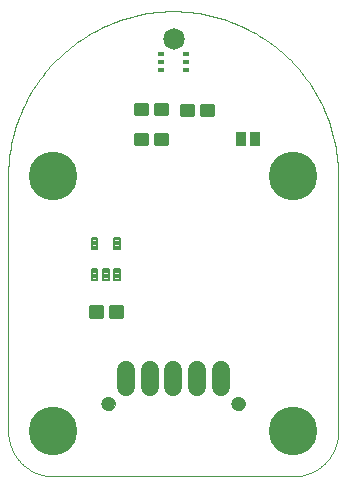
<source format=gts>
G75*
%MOIN*%
%OFA0B0*%
%FSLAX25Y25*%
%IPPOS*%
%LPD*%
%AMOC8*
5,1,8,0,0,1.08239X$1,22.5*
%
%ADD10C,0.00000*%
%ADD11C,0.16211*%
%ADD12C,0.06000*%
%ADD13C,0.04731*%
%ADD14C,0.00867*%
%ADD15C,0.00829*%
%ADD16R,0.03550X0.05124*%
%ADD17R,0.02369X0.01581*%
%ADD18C,0.07191*%
D10*
X0001500Y0016500D02*
X0001500Y0101500D01*
X0032681Y0025732D02*
X0032683Y0025825D01*
X0032689Y0025917D01*
X0032699Y0026009D01*
X0032713Y0026100D01*
X0032730Y0026191D01*
X0032752Y0026281D01*
X0032777Y0026370D01*
X0032806Y0026458D01*
X0032839Y0026544D01*
X0032876Y0026629D01*
X0032916Y0026713D01*
X0032960Y0026794D01*
X0033007Y0026874D01*
X0033057Y0026952D01*
X0033111Y0027027D01*
X0033168Y0027100D01*
X0033228Y0027170D01*
X0033291Y0027238D01*
X0033357Y0027303D01*
X0033425Y0027365D01*
X0033496Y0027425D01*
X0033570Y0027481D01*
X0033646Y0027534D01*
X0033724Y0027583D01*
X0033804Y0027630D01*
X0033886Y0027672D01*
X0033970Y0027712D01*
X0034055Y0027747D01*
X0034142Y0027779D01*
X0034230Y0027808D01*
X0034319Y0027832D01*
X0034409Y0027853D01*
X0034500Y0027869D01*
X0034592Y0027882D01*
X0034684Y0027891D01*
X0034777Y0027896D01*
X0034869Y0027897D01*
X0034962Y0027894D01*
X0035054Y0027887D01*
X0035146Y0027876D01*
X0035237Y0027861D01*
X0035328Y0027843D01*
X0035418Y0027820D01*
X0035506Y0027794D01*
X0035594Y0027764D01*
X0035680Y0027730D01*
X0035764Y0027693D01*
X0035847Y0027651D01*
X0035928Y0027607D01*
X0036008Y0027559D01*
X0036085Y0027508D01*
X0036159Y0027453D01*
X0036232Y0027395D01*
X0036302Y0027335D01*
X0036369Y0027271D01*
X0036433Y0027205D01*
X0036495Y0027135D01*
X0036553Y0027064D01*
X0036608Y0026990D01*
X0036660Y0026913D01*
X0036709Y0026834D01*
X0036755Y0026754D01*
X0036797Y0026671D01*
X0036835Y0026587D01*
X0036870Y0026501D01*
X0036901Y0026414D01*
X0036928Y0026326D01*
X0036951Y0026236D01*
X0036971Y0026146D01*
X0036987Y0026055D01*
X0036999Y0025963D01*
X0037007Y0025871D01*
X0037011Y0025778D01*
X0037011Y0025686D01*
X0037007Y0025593D01*
X0036999Y0025501D01*
X0036987Y0025409D01*
X0036971Y0025318D01*
X0036951Y0025228D01*
X0036928Y0025138D01*
X0036901Y0025050D01*
X0036870Y0024963D01*
X0036835Y0024877D01*
X0036797Y0024793D01*
X0036755Y0024710D01*
X0036709Y0024630D01*
X0036660Y0024551D01*
X0036608Y0024474D01*
X0036553Y0024400D01*
X0036495Y0024329D01*
X0036433Y0024259D01*
X0036369Y0024193D01*
X0036302Y0024129D01*
X0036232Y0024069D01*
X0036159Y0024011D01*
X0036085Y0023956D01*
X0036008Y0023905D01*
X0035929Y0023857D01*
X0035847Y0023813D01*
X0035764Y0023771D01*
X0035680Y0023734D01*
X0035594Y0023700D01*
X0035506Y0023670D01*
X0035418Y0023644D01*
X0035328Y0023621D01*
X0035237Y0023603D01*
X0035146Y0023588D01*
X0035054Y0023577D01*
X0034962Y0023570D01*
X0034869Y0023567D01*
X0034777Y0023568D01*
X0034684Y0023573D01*
X0034592Y0023582D01*
X0034500Y0023595D01*
X0034409Y0023611D01*
X0034319Y0023632D01*
X0034230Y0023656D01*
X0034142Y0023685D01*
X0034055Y0023717D01*
X0033970Y0023752D01*
X0033886Y0023792D01*
X0033804Y0023834D01*
X0033724Y0023881D01*
X0033646Y0023930D01*
X0033570Y0023983D01*
X0033496Y0024039D01*
X0033425Y0024099D01*
X0033357Y0024161D01*
X0033291Y0024226D01*
X0033228Y0024294D01*
X0033168Y0024364D01*
X0033111Y0024437D01*
X0033057Y0024512D01*
X0033007Y0024590D01*
X0032960Y0024670D01*
X0032916Y0024751D01*
X0032876Y0024835D01*
X0032839Y0024920D01*
X0032806Y0025006D01*
X0032777Y0025094D01*
X0032752Y0025183D01*
X0032730Y0025273D01*
X0032713Y0025364D01*
X0032699Y0025455D01*
X0032689Y0025547D01*
X0032683Y0025639D01*
X0032681Y0025732D01*
X0016500Y0001500D02*
X0016138Y0001504D01*
X0015775Y0001518D01*
X0015413Y0001539D01*
X0015052Y0001570D01*
X0014692Y0001609D01*
X0014333Y0001657D01*
X0013975Y0001714D01*
X0013618Y0001779D01*
X0013263Y0001853D01*
X0012910Y0001936D01*
X0012559Y0002027D01*
X0012211Y0002126D01*
X0011865Y0002234D01*
X0011521Y0002350D01*
X0011181Y0002475D01*
X0010844Y0002607D01*
X0010510Y0002748D01*
X0010179Y0002897D01*
X0009852Y0003054D01*
X0009529Y0003218D01*
X0009210Y0003390D01*
X0008896Y0003570D01*
X0008585Y0003758D01*
X0008280Y0003953D01*
X0007979Y0004155D01*
X0007683Y0004365D01*
X0007393Y0004581D01*
X0007107Y0004805D01*
X0006827Y0005035D01*
X0006553Y0005272D01*
X0006285Y0005516D01*
X0006022Y0005766D01*
X0005766Y0006022D01*
X0005516Y0006285D01*
X0005272Y0006553D01*
X0005035Y0006827D01*
X0004805Y0007107D01*
X0004581Y0007393D01*
X0004365Y0007683D01*
X0004155Y0007979D01*
X0003953Y0008280D01*
X0003758Y0008585D01*
X0003570Y0008896D01*
X0003390Y0009210D01*
X0003218Y0009529D01*
X0003054Y0009852D01*
X0002897Y0010179D01*
X0002748Y0010510D01*
X0002607Y0010844D01*
X0002475Y0011181D01*
X0002350Y0011521D01*
X0002234Y0011865D01*
X0002126Y0012211D01*
X0002027Y0012559D01*
X0001936Y0012910D01*
X0001853Y0013263D01*
X0001779Y0013618D01*
X0001714Y0013975D01*
X0001657Y0014333D01*
X0001609Y0014692D01*
X0001570Y0015052D01*
X0001539Y0015413D01*
X0001518Y0015775D01*
X0001504Y0016138D01*
X0001500Y0016500D01*
X0016500Y0001500D02*
X0096500Y0001500D01*
X0096862Y0001504D01*
X0097225Y0001518D01*
X0097587Y0001539D01*
X0097948Y0001570D01*
X0098308Y0001609D01*
X0098667Y0001657D01*
X0099025Y0001714D01*
X0099382Y0001779D01*
X0099737Y0001853D01*
X0100090Y0001936D01*
X0100441Y0002027D01*
X0100789Y0002126D01*
X0101135Y0002234D01*
X0101479Y0002350D01*
X0101819Y0002475D01*
X0102156Y0002607D01*
X0102490Y0002748D01*
X0102821Y0002897D01*
X0103148Y0003054D01*
X0103471Y0003218D01*
X0103790Y0003390D01*
X0104104Y0003570D01*
X0104415Y0003758D01*
X0104720Y0003953D01*
X0105021Y0004155D01*
X0105317Y0004365D01*
X0105607Y0004581D01*
X0105893Y0004805D01*
X0106173Y0005035D01*
X0106447Y0005272D01*
X0106715Y0005516D01*
X0106978Y0005766D01*
X0107234Y0006022D01*
X0107484Y0006285D01*
X0107728Y0006553D01*
X0107965Y0006827D01*
X0108195Y0007107D01*
X0108419Y0007393D01*
X0108635Y0007683D01*
X0108845Y0007979D01*
X0109047Y0008280D01*
X0109242Y0008585D01*
X0109430Y0008896D01*
X0109610Y0009210D01*
X0109782Y0009529D01*
X0109946Y0009852D01*
X0110103Y0010179D01*
X0110252Y0010510D01*
X0110393Y0010844D01*
X0110525Y0011181D01*
X0110650Y0011521D01*
X0110766Y0011865D01*
X0110874Y0012211D01*
X0110973Y0012559D01*
X0111064Y0012910D01*
X0111147Y0013263D01*
X0111221Y0013618D01*
X0111286Y0013975D01*
X0111343Y0014333D01*
X0111391Y0014692D01*
X0111430Y0015052D01*
X0111461Y0015413D01*
X0111482Y0015775D01*
X0111496Y0016138D01*
X0111500Y0016500D01*
X0111500Y0101500D01*
X0075989Y0025732D02*
X0075991Y0025825D01*
X0075997Y0025917D01*
X0076007Y0026009D01*
X0076021Y0026100D01*
X0076038Y0026191D01*
X0076060Y0026281D01*
X0076085Y0026370D01*
X0076114Y0026458D01*
X0076147Y0026544D01*
X0076184Y0026629D01*
X0076224Y0026713D01*
X0076268Y0026794D01*
X0076315Y0026874D01*
X0076365Y0026952D01*
X0076419Y0027027D01*
X0076476Y0027100D01*
X0076536Y0027170D01*
X0076599Y0027238D01*
X0076665Y0027303D01*
X0076733Y0027365D01*
X0076804Y0027425D01*
X0076878Y0027481D01*
X0076954Y0027534D01*
X0077032Y0027583D01*
X0077112Y0027630D01*
X0077194Y0027672D01*
X0077278Y0027712D01*
X0077363Y0027747D01*
X0077450Y0027779D01*
X0077538Y0027808D01*
X0077627Y0027832D01*
X0077717Y0027853D01*
X0077808Y0027869D01*
X0077900Y0027882D01*
X0077992Y0027891D01*
X0078085Y0027896D01*
X0078177Y0027897D01*
X0078270Y0027894D01*
X0078362Y0027887D01*
X0078454Y0027876D01*
X0078545Y0027861D01*
X0078636Y0027843D01*
X0078726Y0027820D01*
X0078814Y0027794D01*
X0078902Y0027764D01*
X0078988Y0027730D01*
X0079072Y0027693D01*
X0079155Y0027651D01*
X0079236Y0027607D01*
X0079316Y0027559D01*
X0079393Y0027508D01*
X0079467Y0027453D01*
X0079540Y0027395D01*
X0079610Y0027335D01*
X0079677Y0027271D01*
X0079741Y0027205D01*
X0079803Y0027135D01*
X0079861Y0027064D01*
X0079916Y0026990D01*
X0079968Y0026913D01*
X0080017Y0026834D01*
X0080063Y0026754D01*
X0080105Y0026671D01*
X0080143Y0026587D01*
X0080178Y0026501D01*
X0080209Y0026414D01*
X0080236Y0026326D01*
X0080259Y0026236D01*
X0080279Y0026146D01*
X0080295Y0026055D01*
X0080307Y0025963D01*
X0080315Y0025871D01*
X0080319Y0025778D01*
X0080319Y0025686D01*
X0080315Y0025593D01*
X0080307Y0025501D01*
X0080295Y0025409D01*
X0080279Y0025318D01*
X0080259Y0025228D01*
X0080236Y0025138D01*
X0080209Y0025050D01*
X0080178Y0024963D01*
X0080143Y0024877D01*
X0080105Y0024793D01*
X0080063Y0024710D01*
X0080017Y0024630D01*
X0079968Y0024551D01*
X0079916Y0024474D01*
X0079861Y0024400D01*
X0079803Y0024329D01*
X0079741Y0024259D01*
X0079677Y0024193D01*
X0079610Y0024129D01*
X0079540Y0024069D01*
X0079467Y0024011D01*
X0079393Y0023956D01*
X0079316Y0023905D01*
X0079237Y0023857D01*
X0079155Y0023813D01*
X0079072Y0023771D01*
X0078988Y0023734D01*
X0078902Y0023700D01*
X0078814Y0023670D01*
X0078726Y0023644D01*
X0078636Y0023621D01*
X0078545Y0023603D01*
X0078454Y0023588D01*
X0078362Y0023577D01*
X0078270Y0023570D01*
X0078177Y0023567D01*
X0078085Y0023568D01*
X0077992Y0023573D01*
X0077900Y0023582D01*
X0077808Y0023595D01*
X0077717Y0023611D01*
X0077627Y0023632D01*
X0077538Y0023656D01*
X0077450Y0023685D01*
X0077363Y0023717D01*
X0077278Y0023752D01*
X0077194Y0023792D01*
X0077112Y0023834D01*
X0077032Y0023881D01*
X0076954Y0023930D01*
X0076878Y0023983D01*
X0076804Y0024039D01*
X0076733Y0024099D01*
X0076665Y0024161D01*
X0076599Y0024226D01*
X0076536Y0024294D01*
X0076476Y0024364D01*
X0076419Y0024437D01*
X0076365Y0024512D01*
X0076315Y0024590D01*
X0076268Y0024670D01*
X0076224Y0024751D01*
X0076184Y0024835D01*
X0076147Y0024920D01*
X0076114Y0025006D01*
X0076085Y0025094D01*
X0076060Y0025183D01*
X0076038Y0025273D01*
X0076021Y0025364D01*
X0076007Y0025455D01*
X0075997Y0025547D01*
X0075991Y0025639D01*
X0075989Y0025732D01*
X0111500Y0101500D02*
X0111484Y0102839D01*
X0111435Y0104178D01*
X0111353Y0105515D01*
X0111239Y0106849D01*
X0111093Y0108181D01*
X0110914Y0109508D01*
X0110703Y0110831D01*
X0110459Y0112148D01*
X0110184Y0113459D01*
X0109877Y0114762D01*
X0109538Y0116058D01*
X0109168Y0117345D01*
X0108767Y0118623D01*
X0108334Y0119891D01*
X0107871Y0121148D01*
X0107377Y0122393D01*
X0106853Y0123626D01*
X0106300Y0124845D01*
X0105716Y0126051D01*
X0105104Y0127242D01*
X0104463Y0128418D01*
X0103793Y0129578D01*
X0103095Y0130721D01*
X0102370Y0131847D01*
X0101617Y0132955D01*
X0100838Y0134045D01*
X0100032Y0135115D01*
X0099201Y0136165D01*
X0098344Y0137194D01*
X0097462Y0138203D01*
X0096557Y0139189D01*
X0095627Y0140153D01*
X0094674Y0141095D01*
X0093699Y0142013D01*
X0092701Y0142906D01*
X0091682Y0143776D01*
X0090642Y0144620D01*
X0089582Y0145438D01*
X0088502Y0146231D01*
X0087404Y0146997D01*
X0086286Y0147736D01*
X0085152Y0148448D01*
X0084000Y0149131D01*
X0082832Y0149787D01*
X0081648Y0150414D01*
X0080450Y0151012D01*
X0079237Y0151580D01*
X0078011Y0152119D01*
X0076772Y0152628D01*
X0075521Y0153106D01*
X0074258Y0153554D01*
X0072986Y0153971D01*
X0071703Y0154357D01*
X0070411Y0154712D01*
X0069111Y0155035D01*
X0067804Y0155326D01*
X0066490Y0155585D01*
X0065170Y0155812D01*
X0063845Y0156007D01*
X0062515Y0156170D01*
X0061182Y0156300D01*
X0059847Y0156398D01*
X0058509Y0156463D01*
X0057170Y0156496D01*
X0055830Y0156496D01*
X0054491Y0156463D01*
X0053153Y0156398D01*
X0051818Y0156300D01*
X0050485Y0156170D01*
X0049155Y0156007D01*
X0047830Y0155812D01*
X0046510Y0155585D01*
X0045196Y0155326D01*
X0043889Y0155035D01*
X0042589Y0154712D01*
X0041297Y0154357D01*
X0040014Y0153971D01*
X0038742Y0153554D01*
X0037479Y0153106D01*
X0036228Y0152628D01*
X0034989Y0152119D01*
X0033763Y0151580D01*
X0032550Y0151012D01*
X0031352Y0150414D01*
X0030168Y0149787D01*
X0029000Y0149131D01*
X0027848Y0148448D01*
X0026714Y0147736D01*
X0025596Y0146997D01*
X0024498Y0146231D01*
X0023418Y0145438D01*
X0022358Y0144620D01*
X0021318Y0143776D01*
X0020299Y0142906D01*
X0019301Y0142013D01*
X0018326Y0141095D01*
X0017373Y0140153D01*
X0016443Y0139189D01*
X0015538Y0138203D01*
X0014656Y0137194D01*
X0013799Y0136165D01*
X0012968Y0135115D01*
X0012162Y0134045D01*
X0011383Y0132955D01*
X0010630Y0131847D01*
X0009905Y0130721D01*
X0009207Y0129578D01*
X0008537Y0128418D01*
X0007896Y0127242D01*
X0007284Y0126051D01*
X0006700Y0124845D01*
X0006147Y0123626D01*
X0005623Y0122393D01*
X0005129Y0121148D01*
X0004666Y0119891D01*
X0004233Y0118623D01*
X0003832Y0117345D01*
X0003462Y0116058D01*
X0003123Y0114762D01*
X0002816Y0113459D01*
X0002541Y0112148D01*
X0002297Y0110831D01*
X0002086Y0109508D01*
X0001907Y0108181D01*
X0001761Y0106849D01*
X0001647Y0105515D01*
X0001565Y0104178D01*
X0001516Y0102839D01*
X0001500Y0101500D01*
D11*
X0016500Y0101500D03*
X0016500Y0016500D03*
X0096500Y0016500D03*
X0096500Y0101500D03*
D12*
X0072248Y0036800D02*
X0072248Y0031200D01*
X0064374Y0031200D02*
X0064374Y0036800D01*
X0056500Y0036800D02*
X0056500Y0031200D01*
X0048626Y0031200D02*
X0048626Y0036800D01*
X0040752Y0036800D02*
X0040752Y0031200D01*
D13*
X0034846Y0025732D03*
X0078154Y0025732D03*
D14*
X0039278Y0054765D02*
X0035414Y0054765D01*
X0035414Y0058235D01*
X0039278Y0058235D01*
X0039278Y0054765D01*
X0039278Y0055631D02*
X0035414Y0055631D01*
X0035414Y0056497D02*
X0039278Y0056497D01*
X0039278Y0057363D02*
X0035414Y0057363D01*
X0035414Y0058229D02*
X0039278Y0058229D01*
X0032586Y0054765D02*
X0028722Y0054765D01*
X0028722Y0058235D01*
X0032586Y0058235D01*
X0032586Y0054765D01*
X0032586Y0055631D02*
X0028722Y0055631D01*
X0028722Y0056497D02*
X0032586Y0056497D01*
X0032586Y0057363D02*
X0028722Y0057363D01*
X0028722Y0058229D02*
X0032586Y0058229D01*
X0043722Y0112265D02*
X0047586Y0112265D01*
X0043722Y0112265D02*
X0043722Y0115735D01*
X0047586Y0115735D01*
X0047586Y0112265D01*
X0047586Y0113131D02*
X0043722Y0113131D01*
X0043722Y0113997D02*
X0047586Y0113997D01*
X0047586Y0114863D02*
X0043722Y0114863D01*
X0043722Y0115729D02*
X0047586Y0115729D01*
X0050414Y0112265D02*
X0054278Y0112265D01*
X0050414Y0112265D02*
X0050414Y0115735D01*
X0054278Y0115735D01*
X0054278Y0112265D01*
X0054278Y0113131D02*
X0050414Y0113131D01*
X0050414Y0113997D02*
X0054278Y0113997D01*
X0054278Y0114863D02*
X0050414Y0114863D01*
X0050414Y0115729D02*
X0054278Y0115729D01*
X0054278Y0122265D02*
X0050414Y0122265D01*
X0050414Y0125735D01*
X0054278Y0125735D01*
X0054278Y0122265D01*
X0054278Y0123131D02*
X0050414Y0123131D01*
X0050414Y0123997D02*
X0054278Y0123997D01*
X0054278Y0124863D02*
X0050414Y0124863D01*
X0050414Y0125729D02*
X0054278Y0125729D01*
X0059214Y0121812D02*
X0063078Y0121812D01*
X0059214Y0121812D02*
X0059214Y0125282D01*
X0063078Y0125282D01*
X0063078Y0121812D01*
X0063078Y0122678D02*
X0059214Y0122678D01*
X0059214Y0123544D02*
X0063078Y0123544D01*
X0063078Y0124410D02*
X0059214Y0124410D01*
X0059214Y0125276D02*
X0063078Y0125276D01*
X0065907Y0121812D02*
X0069771Y0121812D01*
X0065907Y0121812D02*
X0065907Y0125282D01*
X0069771Y0125282D01*
X0069771Y0121812D01*
X0069771Y0122678D02*
X0065907Y0122678D01*
X0065907Y0123544D02*
X0069771Y0123544D01*
X0069771Y0124410D02*
X0065907Y0124410D01*
X0065907Y0125276D02*
X0069771Y0125276D01*
X0047586Y0122265D02*
X0043722Y0122265D01*
X0043722Y0125735D01*
X0047586Y0125735D01*
X0047586Y0122265D01*
X0047586Y0123131D02*
X0043722Y0123131D01*
X0043722Y0123997D02*
X0047586Y0123997D01*
X0047586Y0124863D02*
X0043722Y0124863D01*
X0043722Y0125729D02*
X0047586Y0125729D01*
D15*
X0038707Y0077265D02*
X0036773Y0077265D01*
X0036773Y0080971D01*
X0038707Y0080971D01*
X0038707Y0077265D01*
X0038707Y0078093D02*
X0036773Y0078093D01*
X0036773Y0078921D02*
X0038707Y0078921D01*
X0038707Y0079749D02*
X0036773Y0079749D01*
X0036773Y0080577D02*
X0038707Y0080577D01*
X0031227Y0077265D02*
X0029293Y0077265D01*
X0029293Y0080971D01*
X0031227Y0080971D01*
X0031227Y0077265D01*
X0031227Y0078093D02*
X0029293Y0078093D01*
X0029293Y0078921D02*
X0031227Y0078921D01*
X0031227Y0079749D02*
X0029293Y0079749D01*
X0029293Y0080577D02*
X0031227Y0080577D01*
X0031227Y0067029D02*
X0029293Y0067029D01*
X0029293Y0070735D01*
X0031227Y0070735D01*
X0031227Y0067029D01*
X0031227Y0067857D02*
X0029293Y0067857D01*
X0029293Y0068685D02*
X0031227Y0068685D01*
X0031227Y0069513D02*
X0029293Y0069513D01*
X0029293Y0070341D02*
X0031227Y0070341D01*
X0033033Y0067029D02*
X0034967Y0067029D01*
X0033033Y0067029D02*
X0033033Y0070735D01*
X0034967Y0070735D01*
X0034967Y0067029D01*
X0034967Y0067857D02*
X0033033Y0067857D01*
X0033033Y0068685D02*
X0034967Y0068685D01*
X0034967Y0069513D02*
X0033033Y0069513D01*
X0033033Y0070341D02*
X0034967Y0070341D01*
X0036773Y0067029D02*
X0038707Y0067029D01*
X0036773Y0067029D02*
X0036773Y0070735D01*
X0038707Y0070735D01*
X0038707Y0067029D01*
X0038707Y0067857D02*
X0036773Y0067857D01*
X0036773Y0068685D02*
X0038707Y0068685D01*
X0038707Y0069513D02*
X0036773Y0069513D01*
X0036773Y0070341D02*
X0038707Y0070341D01*
D16*
X0079138Y0114000D03*
X0083862Y0114000D03*
D17*
X0060850Y0137031D03*
X0060850Y0139591D03*
X0060850Y0142150D03*
X0052386Y0142150D03*
X0052386Y0139591D03*
X0052386Y0137031D03*
D18*
X0056618Y0147169D03*
M02*

</source>
